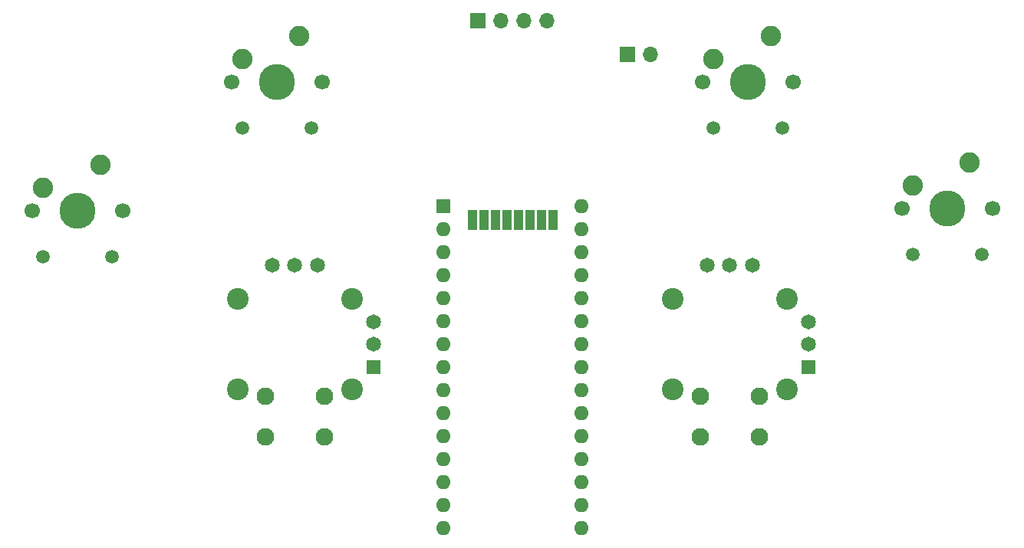
<source format=gbs>
%TF.GenerationSoftware,KiCad,Pcbnew,(6.0.9)*%
%TF.CreationDate,2023-06-09T10:31:56+10:00*%
%TF.ProjectId,Joysticks2.0,4a6f7973-7469-4636-9b73-322e302e6b69,rev?*%
%TF.SameCoordinates,PX3d09000PY568bc30*%
%TF.FileFunction,Soldermask,Bot*%
%TF.FilePolarity,Negative*%
%FSLAX46Y46*%
G04 Gerber Fmt 4.6, Leading zero omitted, Abs format (unit mm)*
G04 Created by KiCad (PCBNEW (6.0.9)) date 2023-06-09 10:31:56*
%MOMM*%
%LPD*%
G01*
G04 APERTURE LIST*
%ADD10C,1.950000*%
%ADD11C,2.400000*%
%ADD12R,1.650000X1.650000*%
%ADD13C,1.650000*%
%ADD14C,1.700000*%
%ADD15C,3.987800*%
%ADD16C,1.508000*%
%ADD17C,2.250000*%
%ADD18R,1.600000X1.600000*%
%ADD19O,1.600000X1.600000*%
%ADD20R,1.700000X1.700000*%
%ADD21O,1.700000X1.700000*%
%ADD22R,1.000000X2.286000*%
G04 APERTURE END LIST*
D10*
%TO.C,U1*%
X8750000Y-24000000D03*
X15250000Y-24000000D03*
X8750000Y-28500000D03*
X15250000Y-28500000D03*
D11*
X18325000Y-13250000D03*
X5675000Y-13250000D03*
X5675000Y-23250000D03*
X18325000Y-23250000D03*
D12*
X20730000Y-20750000D03*
D13*
X20730000Y-18250000D03*
X20730000Y-15750000D03*
X14500000Y-9520000D03*
X12000000Y-9520000D03*
X9500000Y-9520000D03*
%TD*%
D10*
%TO.C,U11*%
X56750000Y-24000000D03*
X63250000Y-24000000D03*
X56750000Y-28500000D03*
X63250000Y-28500000D03*
D11*
X66325000Y-13250000D03*
X53675000Y-13250000D03*
X53675000Y-23250000D03*
X66325000Y-23250000D03*
D12*
X68730000Y-20750000D03*
D13*
X68730000Y-18250000D03*
X68730000Y-15750000D03*
X62500000Y-9520000D03*
X60000000Y-9520000D03*
X57500000Y-9520000D03*
%TD*%
D14*
%TO.C,U2*%
X57000000Y10750000D03*
X67000000Y10750000D03*
D15*
X62000000Y10750000D03*
D16*
X58190000Y5670000D03*
X65810000Y5670000D03*
D17*
X64510000Y15830000D03*
X58190000Y13290000D03*
%TD*%
D14*
%TO.C,U3*%
X-17000000Y-3500000D03*
X-7000000Y-3500000D03*
D15*
X-12000000Y-3500000D03*
D16*
X-15810000Y-8580000D03*
X-8190000Y-8580000D03*
D17*
X-9490000Y1580000D03*
X-15810000Y-960000D03*
%TD*%
D18*
%TO.C,A1*%
X28390000Y-2950000D03*
D19*
X28390000Y-5490000D03*
X28390000Y-8030000D03*
X28390000Y-10570000D03*
X28390000Y-13110000D03*
X28390000Y-15650000D03*
X28390000Y-18190000D03*
X28390000Y-20730000D03*
X28390000Y-23270000D03*
X28390000Y-25810000D03*
X28390000Y-28350000D03*
X28390000Y-30890000D03*
X28390000Y-33430000D03*
X28390000Y-35970000D03*
X28390000Y-38510000D03*
X43630000Y-38510000D03*
X43630000Y-35970000D03*
X43630000Y-33430000D03*
X43630000Y-30890000D03*
X43630000Y-28350000D03*
X43630000Y-25810000D03*
X43630000Y-23270000D03*
X43630000Y-20730000D03*
X43630000Y-18190000D03*
X43630000Y-15650000D03*
X43630000Y-13110000D03*
X43630000Y-10570000D03*
X43630000Y-8030000D03*
X43630000Y-5490000D03*
X43630000Y-2950000D03*
%TD*%
D15*
%TO.C,U4*%
X84000000Y-3250000D03*
D14*
X89000000Y-3250000D03*
X79000000Y-3250000D03*
D16*
X80190000Y-8330000D03*
X87810000Y-8330000D03*
D17*
X86510000Y1830000D03*
X80190000Y-710000D03*
%TD*%
D14*
%TO.C,U5*%
X5000000Y10750000D03*
X15000000Y10750000D03*
D15*
X10000000Y10750000D03*
D16*
X6190000Y5670000D03*
X13810000Y5670000D03*
D17*
X12510000Y15830000D03*
X6190000Y13290000D03*
%TD*%
D20*
%TO.C,J1*%
X48750000Y13750000D03*
D21*
X51290000Y13750000D03*
%TD*%
D20*
%TO.C,J4*%
X32200000Y17525000D03*
D21*
X34740000Y17525000D03*
X37280000Y17525000D03*
X39820000Y17525000D03*
%TD*%
D22*
%TO.C,U6*%
X39220000Y-4500000D03*
X40490000Y-4500000D03*
X37950000Y-4500000D03*
X36680000Y-4500000D03*
X35410000Y-4500000D03*
X34140000Y-4500000D03*
X32870000Y-4500000D03*
X31600000Y-4500000D03*
%TD*%
M02*

</source>
